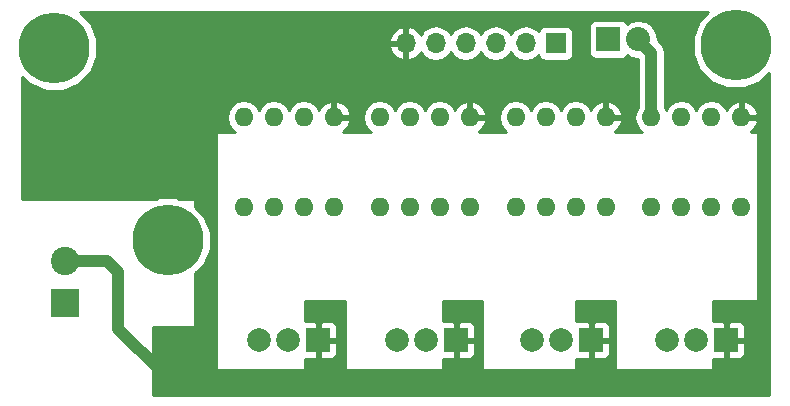
<source format=gbr>
G04 #@! TF.FileFunction,Copper,L2,Bot,Signal*
%FSLAX46Y46*%
G04 Gerber Fmt 4.6, Leading zero omitted, Abs format (unit mm)*
G04 Created by KiCad (PCBNEW 4.0.6+dfsg1-1) date Wed Nov 29 19:27:18 2017*
%MOMM*%
%LPD*%
G01*
G04 APERTURE LIST*
%ADD10C,0.100000*%
%ADD11R,2.000000X2.000000*%
%ADD12C,2.000000*%
%ADD13O,1.600000X1.600000*%
%ADD14R,2.400000X2.400000*%
%ADD15C,2.400000*%
%ADD16R,1.700000X1.700000*%
%ADD17O,1.700000X1.700000*%
%ADD18R,2.032000X2.032000*%
%ADD19O,2.032000X2.032000*%
%ADD20C,6.000000*%
%ADD21C,0.600000*%
%ADD22C,1.000000*%
%ADD23C,0.254000*%
G04 APERTURE END LIST*
D10*
D11*
X200964800Y-119735600D03*
D12*
X198424800Y-119735600D03*
X195924800Y-119735600D03*
D13*
X183000000Y-108500000D03*
X185540000Y-108500000D03*
X188080000Y-108500000D03*
X190620000Y-108500000D03*
X190620000Y-100880000D03*
X188080000Y-100880000D03*
X185540000Y-100880000D03*
X183000000Y-100880000D03*
D14*
X167838800Y-116579600D03*
D15*
X167838800Y-113079600D03*
D16*
X209400000Y-94600000D03*
D17*
X206860000Y-94600000D03*
X204320000Y-94600000D03*
X201780000Y-94600000D03*
X199240000Y-94600000D03*
X196700000Y-94600000D03*
D13*
X194500000Y-108500000D03*
X197040000Y-108500000D03*
X199580000Y-108500000D03*
X202120000Y-108500000D03*
X202120000Y-100880000D03*
X199580000Y-100880000D03*
X197040000Y-100880000D03*
X194500000Y-100880000D03*
X206000000Y-108500000D03*
X208540000Y-108500000D03*
X211080000Y-108500000D03*
X213620000Y-108500000D03*
X213620000Y-100880000D03*
X211080000Y-100880000D03*
X208540000Y-100880000D03*
X206000000Y-100880000D03*
X217500000Y-108500000D03*
X220040000Y-108500000D03*
X222580000Y-108500000D03*
X225120000Y-108500000D03*
X225120000Y-100880000D03*
X222580000Y-100880000D03*
X220040000Y-100880000D03*
X217500000Y-100880000D03*
D11*
X223824800Y-119735600D03*
D12*
X221284800Y-119735600D03*
X218784800Y-119735600D03*
D11*
X212394800Y-119735600D03*
D12*
X209854800Y-119735600D03*
X207354800Y-119735600D03*
D11*
X189280800Y-119735600D03*
D12*
X186740800Y-119735600D03*
X184240800Y-119735600D03*
D18*
X213838800Y-94279600D03*
D19*
X216378800Y-94279600D03*
D20*
X224638800Y-94779600D03*
X166938800Y-94979600D03*
X176538800Y-111279600D03*
D21*
X176938800Y-122379600D03*
X182888800Y-93279600D03*
D22*
X167838800Y-113079600D02*
X171438800Y-113079600D01*
X175938800Y-122379600D02*
X176938800Y-122379600D01*
X172338800Y-118779600D02*
X175938800Y-122379600D01*
X172338800Y-113979600D02*
X172338800Y-118779600D01*
X171438800Y-113079600D02*
X172338800Y-113979600D01*
X182888800Y-93279600D02*
X182938800Y-93279600D01*
X217500000Y-100880000D02*
X217500000Y-95400800D01*
X217500000Y-95400800D02*
X216378800Y-94279600D01*
D23*
G36*
X221558994Y-92717849D02*
X221004432Y-94053382D01*
X221003170Y-95499474D01*
X221555400Y-96835972D01*
X222577049Y-97859406D01*
X223912582Y-98413968D01*
X225358674Y-98415230D01*
X226695172Y-97863000D01*
X227428800Y-97130652D01*
X227428800Y-124369600D01*
X175265800Y-124369600D01*
X175265800Y-118606600D01*
X178738800Y-118606600D01*
X178784959Y-118597915D01*
X178827353Y-118570635D01*
X178855794Y-118529010D01*
X178865800Y-118479600D01*
X178865800Y-114092844D01*
X179618606Y-113341351D01*
X180173168Y-112005818D01*
X180174430Y-110559726D01*
X179622200Y-109223228D01*
X178865800Y-108465506D01*
X178865800Y-107879600D01*
X178857115Y-107833441D01*
X178829835Y-107791047D01*
X178788210Y-107762606D01*
X178738800Y-107752600D01*
X177523589Y-107752600D01*
X177265018Y-107645232D01*
X175818926Y-107643970D01*
X175556021Y-107752600D01*
X164248800Y-107752600D01*
X164248800Y-102209600D01*
X180644800Y-102209600D01*
X180644800Y-122148600D01*
X180653485Y-122194759D01*
X180680765Y-122237153D01*
X180722390Y-122265594D01*
X180771800Y-122275600D01*
X188010800Y-122275600D01*
X188056959Y-122266915D01*
X188099353Y-122239635D01*
X188127794Y-122198010D01*
X188137800Y-122148600D01*
X188137800Y-121363686D01*
X188154491Y-121370600D01*
X188995050Y-121370600D01*
X189153800Y-121211850D01*
X189153800Y-119862600D01*
X189407800Y-119862600D01*
X189407800Y-121211850D01*
X189566550Y-121370600D01*
X190407109Y-121370600D01*
X190640498Y-121273927D01*
X190819127Y-121095299D01*
X190915800Y-120861910D01*
X190915800Y-120021350D01*
X190757050Y-119862600D01*
X189407800Y-119862600D01*
X189153800Y-119862600D01*
X189133800Y-119862600D01*
X189133800Y-119608600D01*
X189153800Y-119608600D01*
X189153800Y-118259350D01*
X189407800Y-118259350D01*
X189407800Y-119608600D01*
X190757050Y-119608600D01*
X190915800Y-119449850D01*
X190915800Y-118609290D01*
X190819127Y-118375901D01*
X190640498Y-118197273D01*
X190407109Y-118100600D01*
X189566550Y-118100600D01*
X189407800Y-118259350D01*
X189153800Y-118259350D01*
X188995050Y-118100600D01*
X188154491Y-118100600D01*
X188137800Y-118107514D01*
X188137800Y-116433600D01*
X191566800Y-116433600D01*
X191566800Y-122148600D01*
X191575485Y-122194759D01*
X191602765Y-122237153D01*
X191644390Y-122265594D01*
X191693800Y-122275600D01*
X199694800Y-122275600D01*
X199740959Y-122266915D01*
X199783353Y-122239635D01*
X199811794Y-122198010D01*
X199821800Y-122148600D01*
X199821800Y-121363686D01*
X199838491Y-121370600D01*
X200679050Y-121370600D01*
X200837800Y-121211850D01*
X200837800Y-119862600D01*
X201091800Y-119862600D01*
X201091800Y-121211850D01*
X201250550Y-121370600D01*
X202091109Y-121370600D01*
X202324498Y-121273927D01*
X202503127Y-121095299D01*
X202599800Y-120861910D01*
X202599800Y-120021350D01*
X202441050Y-119862600D01*
X201091800Y-119862600D01*
X200837800Y-119862600D01*
X200817800Y-119862600D01*
X200817800Y-119608600D01*
X200837800Y-119608600D01*
X200837800Y-118259350D01*
X201091800Y-118259350D01*
X201091800Y-119608600D01*
X202441050Y-119608600D01*
X202599800Y-119449850D01*
X202599800Y-118609290D01*
X202503127Y-118375901D01*
X202324498Y-118197273D01*
X202091109Y-118100600D01*
X201250550Y-118100600D01*
X201091800Y-118259350D01*
X200837800Y-118259350D01*
X200679050Y-118100600D01*
X199838491Y-118100600D01*
X199821800Y-118107514D01*
X199821800Y-116433600D01*
X203123800Y-116433600D01*
X203123800Y-122148600D01*
X203132485Y-122194759D01*
X203159765Y-122237153D01*
X203201390Y-122265594D01*
X203250800Y-122275600D01*
X210997800Y-122275600D01*
X211043959Y-122266915D01*
X211086353Y-122239635D01*
X211114794Y-122198010D01*
X211124800Y-122148600D01*
X211124800Y-121311081D01*
X211268491Y-121370600D01*
X212109050Y-121370600D01*
X212267800Y-121211850D01*
X212267800Y-119862600D01*
X212521800Y-119862600D01*
X212521800Y-121211850D01*
X212680550Y-121370600D01*
X213521109Y-121370600D01*
X213754498Y-121273927D01*
X213933127Y-121095299D01*
X214029800Y-120861910D01*
X214029800Y-120021350D01*
X213871050Y-119862600D01*
X212521800Y-119862600D01*
X212267800Y-119862600D01*
X212247800Y-119862600D01*
X212247800Y-119608600D01*
X212267800Y-119608600D01*
X212267800Y-118259350D01*
X212521800Y-118259350D01*
X212521800Y-119608600D01*
X213871050Y-119608600D01*
X214029800Y-119449850D01*
X214029800Y-118609290D01*
X213933127Y-118375901D01*
X213754498Y-118197273D01*
X213521109Y-118100600D01*
X212680550Y-118100600D01*
X212521800Y-118259350D01*
X212267800Y-118259350D01*
X212109050Y-118100600D01*
X211268491Y-118100600D01*
X211124800Y-118160119D01*
X211124800Y-116433600D01*
X214426800Y-116433600D01*
X214426800Y-122148600D01*
X214435485Y-122194759D01*
X214462765Y-122237153D01*
X214504390Y-122265594D01*
X214553800Y-122275600D01*
X222554800Y-122275600D01*
X222600959Y-122266915D01*
X222643353Y-122239635D01*
X222671794Y-122198010D01*
X222681800Y-122148600D01*
X222681800Y-121363686D01*
X222698491Y-121370600D01*
X223539050Y-121370600D01*
X223697800Y-121211850D01*
X223697800Y-119862600D01*
X223951800Y-119862600D01*
X223951800Y-121211850D01*
X224110550Y-121370600D01*
X224951109Y-121370600D01*
X225184498Y-121273927D01*
X225363127Y-121095299D01*
X225459800Y-120861910D01*
X225459800Y-120021350D01*
X225301050Y-119862600D01*
X223951800Y-119862600D01*
X223697800Y-119862600D01*
X223677800Y-119862600D01*
X223677800Y-119608600D01*
X223697800Y-119608600D01*
X223697800Y-118259350D01*
X223951800Y-118259350D01*
X223951800Y-119608600D01*
X225301050Y-119608600D01*
X225459800Y-119449850D01*
X225459800Y-118609290D01*
X225363127Y-118375901D01*
X225184498Y-118197273D01*
X224951109Y-118100600D01*
X224110550Y-118100600D01*
X223951800Y-118259350D01*
X223697800Y-118259350D01*
X223539050Y-118100600D01*
X222698491Y-118100600D01*
X222681800Y-118107514D01*
X222681800Y-116433600D01*
X226364800Y-116433600D01*
X226410959Y-116424915D01*
X226453353Y-116397635D01*
X226481794Y-116356010D01*
X226491800Y-116306600D01*
X226491800Y-108845841D01*
X226555000Y-108528113D01*
X226555000Y-108471887D01*
X226491800Y-108154159D01*
X226491800Y-102209600D01*
X226483115Y-102163441D01*
X226455835Y-102121047D01*
X226414210Y-102092606D01*
X226364800Y-102082600D01*
X225888819Y-102082600D01*
X226272389Y-101735134D01*
X226511914Y-101229041D01*
X226390629Y-101007000D01*
X225247000Y-101007000D01*
X225247000Y-101027000D01*
X224993000Y-101027000D01*
X224993000Y-101007000D01*
X224973000Y-101007000D01*
X224973000Y-100753000D01*
X224993000Y-100753000D01*
X224993000Y-99610085D01*
X225247000Y-99610085D01*
X225247000Y-100753000D01*
X226390629Y-100753000D01*
X226511914Y-100530959D01*
X226272389Y-100024866D01*
X225857423Y-99648959D01*
X225469039Y-99488096D01*
X225247000Y-99610085D01*
X224993000Y-99610085D01*
X224770961Y-99488096D01*
X224382577Y-99648959D01*
X223967611Y-100024866D01*
X223864986Y-100241703D01*
X223594698Y-99837189D01*
X223129151Y-99526120D01*
X222580000Y-99416887D01*
X222030849Y-99526120D01*
X221565302Y-99837189D01*
X221310000Y-100219275D01*
X221054698Y-99837189D01*
X220589151Y-99526120D01*
X220040000Y-99416887D01*
X219490849Y-99526120D01*
X219025302Y-99837189D01*
X218770000Y-100219275D01*
X218635000Y-100017233D01*
X218635000Y-95400800D01*
X218548603Y-94966454D01*
X218302566Y-94598234D01*
X218027556Y-94323224D01*
X218029800Y-94311945D01*
X218029800Y-94247255D01*
X217904125Y-93615445D01*
X217546233Y-93079822D01*
X217010610Y-92721930D01*
X216378800Y-92596255D01*
X215746990Y-92721930D01*
X215407008Y-92949099D01*
X215318890Y-92812159D01*
X215106690Y-92667169D01*
X214854800Y-92616160D01*
X212822800Y-92616160D01*
X212587483Y-92660438D01*
X212371359Y-92799510D01*
X212226369Y-93011710D01*
X212175360Y-93263600D01*
X212175360Y-95295600D01*
X212219638Y-95530917D01*
X212358710Y-95747041D01*
X212570910Y-95892031D01*
X212822800Y-95943040D01*
X214854800Y-95943040D01*
X215090117Y-95898762D01*
X215306241Y-95759690D01*
X215407998Y-95610763D01*
X215746990Y-95837270D01*
X216365000Y-95960200D01*
X216365000Y-100017233D01*
X216174233Y-100302736D01*
X216065000Y-100851887D01*
X216065000Y-100908113D01*
X216174233Y-101457264D01*
X216485302Y-101922811D01*
X216724443Y-102082600D01*
X214388819Y-102082600D01*
X214772389Y-101735134D01*
X215011914Y-101229041D01*
X214890629Y-101007000D01*
X213747000Y-101007000D01*
X213747000Y-101027000D01*
X213493000Y-101027000D01*
X213493000Y-101007000D01*
X213473000Y-101007000D01*
X213473000Y-100753000D01*
X213493000Y-100753000D01*
X213493000Y-99610085D01*
X213747000Y-99610085D01*
X213747000Y-100753000D01*
X214890629Y-100753000D01*
X215011914Y-100530959D01*
X214772389Y-100024866D01*
X214357423Y-99648959D01*
X213969039Y-99488096D01*
X213747000Y-99610085D01*
X213493000Y-99610085D01*
X213270961Y-99488096D01*
X212882577Y-99648959D01*
X212467611Y-100024866D01*
X212364986Y-100241703D01*
X212094698Y-99837189D01*
X211629151Y-99526120D01*
X211080000Y-99416887D01*
X210530849Y-99526120D01*
X210065302Y-99837189D01*
X209810000Y-100219275D01*
X209554698Y-99837189D01*
X209089151Y-99526120D01*
X208540000Y-99416887D01*
X207990849Y-99526120D01*
X207525302Y-99837189D01*
X207270000Y-100219275D01*
X207014698Y-99837189D01*
X206549151Y-99526120D01*
X206000000Y-99416887D01*
X205450849Y-99526120D01*
X204985302Y-99837189D01*
X204674233Y-100302736D01*
X204565000Y-100851887D01*
X204565000Y-100908113D01*
X204674233Y-101457264D01*
X204985302Y-101922811D01*
X205224443Y-102082600D01*
X202888819Y-102082600D01*
X203272389Y-101735134D01*
X203511914Y-101229041D01*
X203390629Y-101007000D01*
X202247000Y-101007000D01*
X202247000Y-101027000D01*
X201993000Y-101027000D01*
X201993000Y-101007000D01*
X201973000Y-101007000D01*
X201973000Y-100753000D01*
X201993000Y-100753000D01*
X201993000Y-99610085D01*
X202247000Y-99610085D01*
X202247000Y-100753000D01*
X203390629Y-100753000D01*
X203511914Y-100530959D01*
X203272389Y-100024866D01*
X202857423Y-99648959D01*
X202469039Y-99488096D01*
X202247000Y-99610085D01*
X201993000Y-99610085D01*
X201770961Y-99488096D01*
X201382577Y-99648959D01*
X200967611Y-100024866D01*
X200864986Y-100241703D01*
X200594698Y-99837189D01*
X200129151Y-99526120D01*
X199580000Y-99416887D01*
X199030849Y-99526120D01*
X198565302Y-99837189D01*
X198310000Y-100219275D01*
X198054698Y-99837189D01*
X197589151Y-99526120D01*
X197040000Y-99416887D01*
X196490849Y-99526120D01*
X196025302Y-99837189D01*
X195770000Y-100219275D01*
X195514698Y-99837189D01*
X195049151Y-99526120D01*
X194500000Y-99416887D01*
X193950849Y-99526120D01*
X193485302Y-99837189D01*
X193174233Y-100302736D01*
X193065000Y-100851887D01*
X193065000Y-100908113D01*
X193174233Y-101457264D01*
X193485302Y-101922811D01*
X193724443Y-102082600D01*
X191388819Y-102082600D01*
X191772389Y-101735134D01*
X192011914Y-101229041D01*
X191890629Y-101007000D01*
X190747000Y-101007000D01*
X190747000Y-101027000D01*
X190493000Y-101027000D01*
X190493000Y-101007000D01*
X190473000Y-101007000D01*
X190473000Y-100753000D01*
X190493000Y-100753000D01*
X190493000Y-99610085D01*
X190747000Y-99610085D01*
X190747000Y-100753000D01*
X191890629Y-100753000D01*
X192011914Y-100530959D01*
X191772389Y-100024866D01*
X191357423Y-99648959D01*
X190969039Y-99488096D01*
X190747000Y-99610085D01*
X190493000Y-99610085D01*
X190270961Y-99488096D01*
X189882577Y-99648959D01*
X189467611Y-100024866D01*
X189364986Y-100241703D01*
X189094698Y-99837189D01*
X188629151Y-99526120D01*
X188080000Y-99416887D01*
X187530849Y-99526120D01*
X187065302Y-99837189D01*
X186810000Y-100219275D01*
X186554698Y-99837189D01*
X186089151Y-99526120D01*
X185540000Y-99416887D01*
X184990849Y-99526120D01*
X184525302Y-99837189D01*
X184270000Y-100219275D01*
X184014698Y-99837189D01*
X183549151Y-99526120D01*
X183000000Y-99416887D01*
X182450849Y-99526120D01*
X181985302Y-99837189D01*
X181674233Y-100302736D01*
X181565000Y-100851887D01*
X181565000Y-100908113D01*
X181674233Y-101457264D01*
X181985302Y-101922811D01*
X182224443Y-102082600D01*
X180771800Y-102082600D01*
X180725641Y-102091285D01*
X180683247Y-102118565D01*
X180654806Y-102160190D01*
X180644800Y-102209600D01*
X164248800Y-102209600D01*
X164248800Y-97430059D01*
X164877049Y-98059406D01*
X166212582Y-98613968D01*
X167658674Y-98615230D01*
X168995172Y-98063000D01*
X170018606Y-97041351D01*
X170573168Y-95705818D01*
X170573821Y-94956892D01*
X195258514Y-94956892D01*
X195504817Y-95481358D01*
X195933076Y-95871645D01*
X196343110Y-96041476D01*
X196573000Y-95920155D01*
X196573000Y-94727000D01*
X195379181Y-94727000D01*
X195258514Y-94956892D01*
X170573821Y-94956892D01*
X170574430Y-94259726D01*
X170567564Y-94243108D01*
X195258514Y-94243108D01*
X195379181Y-94473000D01*
X196573000Y-94473000D01*
X196573000Y-93279845D01*
X196827000Y-93279845D01*
X196827000Y-94473000D01*
X196847000Y-94473000D01*
X196847000Y-94727000D01*
X196827000Y-94727000D01*
X196827000Y-95920155D01*
X197056890Y-96041476D01*
X197466924Y-95871645D01*
X197895183Y-95481358D01*
X197962298Y-95338447D01*
X198189946Y-95679147D01*
X198671715Y-96001054D01*
X199240000Y-96114093D01*
X199808285Y-96001054D01*
X200290054Y-95679147D01*
X200510000Y-95349974D01*
X200729946Y-95679147D01*
X201211715Y-96001054D01*
X201780000Y-96114093D01*
X202348285Y-96001054D01*
X202830054Y-95679147D01*
X203050000Y-95349974D01*
X203269946Y-95679147D01*
X203751715Y-96001054D01*
X204320000Y-96114093D01*
X204888285Y-96001054D01*
X205370054Y-95679147D01*
X205590000Y-95349974D01*
X205809946Y-95679147D01*
X206291715Y-96001054D01*
X206860000Y-96114093D01*
X207428285Y-96001054D01*
X207910054Y-95679147D01*
X207937850Y-95637548D01*
X207946838Y-95685317D01*
X208085910Y-95901441D01*
X208298110Y-96046431D01*
X208550000Y-96097440D01*
X210250000Y-96097440D01*
X210485317Y-96053162D01*
X210701441Y-95914090D01*
X210846431Y-95701890D01*
X210897440Y-95450000D01*
X210897440Y-93750000D01*
X210853162Y-93514683D01*
X210714090Y-93298559D01*
X210501890Y-93153569D01*
X210250000Y-93102560D01*
X208550000Y-93102560D01*
X208314683Y-93146838D01*
X208098559Y-93285910D01*
X207953569Y-93498110D01*
X207939914Y-93565541D01*
X207910054Y-93520853D01*
X207428285Y-93198946D01*
X206860000Y-93085907D01*
X206291715Y-93198946D01*
X205809946Y-93520853D01*
X205590000Y-93850026D01*
X205370054Y-93520853D01*
X204888285Y-93198946D01*
X204320000Y-93085907D01*
X203751715Y-93198946D01*
X203269946Y-93520853D01*
X203050000Y-93850026D01*
X202830054Y-93520853D01*
X202348285Y-93198946D01*
X201780000Y-93085907D01*
X201211715Y-93198946D01*
X200729946Y-93520853D01*
X200510000Y-93850026D01*
X200290054Y-93520853D01*
X199808285Y-93198946D01*
X199240000Y-93085907D01*
X198671715Y-93198946D01*
X198189946Y-93520853D01*
X197962298Y-93861553D01*
X197895183Y-93718642D01*
X197466924Y-93328355D01*
X197056890Y-93158524D01*
X196827000Y-93279845D01*
X196573000Y-93279845D01*
X196343110Y-93158524D01*
X195933076Y-93328355D01*
X195504817Y-93718642D01*
X195258514Y-94243108D01*
X170567564Y-94243108D01*
X170022200Y-92923228D01*
X169090200Y-91989600D01*
X222288515Y-91989600D01*
X221558994Y-92717849D01*
X221558994Y-92717849D01*
G37*
X221558994Y-92717849D02*
X221004432Y-94053382D01*
X221003170Y-95499474D01*
X221555400Y-96835972D01*
X222577049Y-97859406D01*
X223912582Y-98413968D01*
X225358674Y-98415230D01*
X226695172Y-97863000D01*
X227428800Y-97130652D01*
X227428800Y-124369600D01*
X175265800Y-124369600D01*
X175265800Y-118606600D01*
X178738800Y-118606600D01*
X178784959Y-118597915D01*
X178827353Y-118570635D01*
X178855794Y-118529010D01*
X178865800Y-118479600D01*
X178865800Y-114092844D01*
X179618606Y-113341351D01*
X180173168Y-112005818D01*
X180174430Y-110559726D01*
X179622200Y-109223228D01*
X178865800Y-108465506D01*
X178865800Y-107879600D01*
X178857115Y-107833441D01*
X178829835Y-107791047D01*
X178788210Y-107762606D01*
X178738800Y-107752600D01*
X177523589Y-107752600D01*
X177265018Y-107645232D01*
X175818926Y-107643970D01*
X175556021Y-107752600D01*
X164248800Y-107752600D01*
X164248800Y-102209600D01*
X180644800Y-102209600D01*
X180644800Y-122148600D01*
X180653485Y-122194759D01*
X180680765Y-122237153D01*
X180722390Y-122265594D01*
X180771800Y-122275600D01*
X188010800Y-122275600D01*
X188056959Y-122266915D01*
X188099353Y-122239635D01*
X188127794Y-122198010D01*
X188137800Y-122148600D01*
X188137800Y-121363686D01*
X188154491Y-121370600D01*
X188995050Y-121370600D01*
X189153800Y-121211850D01*
X189153800Y-119862600D01*
X189407800Y-119862600D01*
X189407800Y-121211850D01*
X189566550Y-121370600D01*
X190407109Y-121370600D01*
X190640498Y-121273927D01*
X190819127Y-121095299D01*
X190915800Y-120861910D01*
X190915800Y-120021350D01*
X190757050Y-119862600D01*
X189407800Y-119862600D01*
X189153800Y-119862600D01*
X189133800Y-119862600D01*
X189133800Y-119608600D01*
X189153800Y-119608600D01*
X189153800Y-118259350D01*
X189407800Y-118259350D01*
X189407800Y-119608600D01*
X190757050Y-119608600D01*
X190915800Y-119449850D01*
X190915800Y-118609290D01*
X190819127Y-118375901D01*
X190640498Y-118197273D01*
X190407109Y-118100600D01*
X189566550Y-118100600D01*
X189407800Y-118259350D01*
X189153800Y-118259350D01*
X188995050Y-118100600D01*
X188154491Y-118100600D01*
X188137800Y-118107514D01*
X188137800Y-116433600D01*
X191566800Y-116433600D01*
X191566800Y-122148600D01*
X191575485Y-122194759D01*
X191602765Y-122237153D01*
X191644390Y-122265594D01*
X191693800Y-122275600D01*
X199694800Y-122275600D01*
X199740959Y-122266915D01*
X199783353Y-122239635D01*
X199811794Y-122198010D01*
X199821800Y-122148600D01*
X199821800Y-121363686D01*
X199838491Y-121370600D01*
X200679050Y-121370600D01*
X200837800Y-121211850D01*
X200837800Y-119862600D01*
X201091800Y-119862600D01*
X201091800Y-121211850D01*
X201250550Y-121370600D01*
X202091109Y-121370600D01*
X202324498Y-121273927D01*
X202503127Y-121095299D01*
X202599800Y-120861910D01*
X202599800Y-120021350D01*
X202441050Y-119862600D01*
X201091800Y-119862600D01*
X200837800Y-119862600D01*
X200817800Y-119862600D01*
X200817800Y-119608600D01*
X200837800Y-119608600D01*
X200837800Y-118259350D01*
X201091800Y-118259350D01*
X201091800Y-119608600D01*
X202441050Y-119608600D01*
X202599800Y-119449850D01*
X202599800Y-118609290D01*
X202503127Y-118375901D01*
X202324498Y-118197273D01*
X202091109Y-118100600D01*
X201250550Y-118100600D01*
X201091800Y-118259350D01*
X200837800Y-118259350D01*
X200679050Y-118100600D01*
X199838491Y-118100600D01*
X199821800Y-118107514D01*
X199821800Y-116433600D01*
X203123800Y-116433600D01*
X203123800Y-122148600D01*
X203132485Y-122194759D01*
X203159765Y-122237153D01*
X203201390Y-122265594D01*
X203250800Y-122275600D01*
X210997800Y-122275600D01*
X211043959Y-122266915D01*
X211086353Y-122239635D01*
X211114794Y-122198010D01*
X211124800Y-122148600D01*
X211124800Y-121311081D01*
X211268491Y-121370600D01*
X212109050Y-121370600D01*
X212267800Y-121211850D01*
X212267800Y-119862600D01*
X212521800Y-119862600D01*
X212521800Y-121211850D01*
X212680550Y-121370600D01*
X213521109Y-121370600D01*
X213754498Y-121273927D01*
X213933127Y-121095299D01*
X214029800Y-120861910D01*
X214029800Y-120021350D01*
X213871050Y-119862600D01*
X212521800Y-119862600D01*
X212267800Y-119862600D01*
X212247800Y-119862600D01*
X212247800Y-119608600D01*
X212267800Y-119608600D01*
X212267800Y-118259350D01*
X212521800Y-118259350D01*
X212521800Y-119608600D01*
X213871050Y-119608600D01*
X214029800Y-119449850D01*
X214029800Y-118609290D01*
X213933127Y-118375901D01*
X213754498Y-118197273D01*
X213521109Y-118100600D01*
X212680550Y-118100600D01*
X212521800Y-118259350D01*
X212267800Y-118259350D01*
X212109050Y-118100600D01*
X211268491Y-118100600D01*
X211124800Y-118160119D01*
X211124800Y-116433600D01*
X214426800Y-116433600D01*
X214426800Y-122148600D01*
X214435485Y-122194759D01*
X214462765Y-122237153D01*
X214504390Y-122265594D01*
X214553800Y-122275600D01*
X222554800Y-122275600D01*
X222600959Y-122266915D01*
X222643353Y-122239635D01*
X222671794Y-122198010D01*
X222681800Y-122148600D01*
X222681800Y-121363686D01*
X222698491Y-121370600D01*
X223539050Y-121370600D01*
X223697800Y-121211850D01*
X223697800Y-119862600D01*
X223951800Y-119862600D01*
X223951800Y-121211850D01*
X224110550Y-121370600D01*
X224951109Y-121370600D01*
X225184498Y-121273927D01*
X225363127Y-121095299D01*
X225459800Y-120861910D01*
X225459800Y-120021350D01*
X225301050Y-119862600D01*
X223951800Y-119862600D01*
X223697800Y-119862600D01*
X223677800Y-119862600D01*
X223677800Y-119608600D01*
X223697800Y-119608600D01*
X223697800Y-118259350D01*
X223951800Y-118259350D01*
X223951800Y-119608600D01*
X225301050Y-119608600D01*
X225459800Y-119449850D01*
X225459800Y-118609290D01*
X225363127Y-118375901D01*
X225184498Y-118197273D01*
X224951109Y-118100600D01*
X224110550Y-118100600D01*
X223951800Y-118259350D01*
X223697800Y-118259350D01*
X223539050Y-118100600D01*
X222698491Y-118100600D01*
X222681800Y-118107514D01*
X222681800Y-116433600D01*
X226364800Y-116433600D01*
X226410959Y-116424915D01*
X226453353Y-116397635D01*
X226481794Y-116356010D01*
X226491800Y-116306600D01*
X226491800Y-108845841D01*
X226555000Y-108528113D01*
X226555000Y-108471887D01*
X226491800Y-108154159D01*
X226491800Y-102209600D01*
X226483115Y-102163441D01*
X226455835Y-102121047D01*
X226414210Y-102092606D01*
X226364800Y-102082600D01*
X225888819Y-102082600D01*
X226272389Y-101735134D01*
X226511914Y-101229041D01*
X226390629Y-101007000D01*
X225247000Y-101007000D01*
X225247000Y-101027000D01*
X224993000Y-101027000D01*
X224993000Y-101007000D01*
X224973000Y-101007000D01*
X224973000Y-100753000D01*
X224993000Y-100753000D01*
X224993000Y-99610085D01*
X225247000Y-99610085D01*
X225247000Y-100753000D01*
X226390629Y-100753000D01*
X226511914Y-100530959D01*
X226272389Y-100024866D01*
X225857423Y-99648959D01*
X225469039Y-99488096D01*
X225247000Y-99610085D01*
X224993000Y-99610085D01*
X224770961Y-99488096D01*
X224382577Y-99648959D01*
X223967611Y-100024866D01*
X223864986Y-100241703D01*
X223594698Y-99837189D01*
X223129151Y-99526120D01*
X222580000Y-99416887D01*
X222030849Y-99526120D01*
X221565302Y-99837189D01*
X221310000Y-100219275D01*
X221054698Y-99837189D01*
X220589151Y-99526120D01*
X220040000Y-99416887D01*
X219490849Y-99526120D01*
X219025302Y-99837189D01*
X218770000Y-100219275D01*
X218635000Y-100017233D01*
X218635000Y-95400800D01*
X218548603Y-94966454D01*
X218302566Y-94598234D01*
X218027556Y-94323224D01*
X218029800Y-94311945D01*
X218029800Y-94247255D01*
X217904125Y-93615445D01*
X217546233Y-93079822D01*
X217010610Y-92721930D01*
X216378800Y-92596255D01*
X215746990Y-92721930D01*
X215407008Y-92949099D01*
X215318890Y-92812159D01*
X215106690Y-92667169D01*
X214854800Y-92616160D01*
X212822800Y-92616160D01*
X212587483Y-92660438D01*
X212371359Y-92799510D01*
X212226369Y-93011710D01*
X212175360Y-93263600D01*
X212175360Y-95295600D01*
X212219638Y-95530917D01*
X212358710Y-95747041D01*
X212570910Y-95892031D01*
X212822800Y-95943040D01*
X214854800Y-95943040D01*
X215090117Y-95898762D01*
X215306241Y-95759690D01*
X215407998Y-95610763D01*
X215746990Y-95837270D01*
X216365000Y-95960200D01*
X216365000Y-100017233D01*
X216174233Y-100302736D01*
X216065000Y-100851887D01*
X216065000Y-100908113D01*
X216174233Y-101457264D01*
X216485302Y-101922811D01*
X216724443Y-102082600D01*
X214388819Y-102082600D01*
X214772389Y-101735134D01*
X215011914Y-101229041D01*
X214890629Y-101007000D01*
X213747000Y-101007000D01*
X213747000Y-101027000D01*
X213493000Y-101027000D01*
X213493000Y-101007000D01*
X213473000Y-101007000D01*
X213473000Y-100753000D01*
X213493000Y-100753000D01*
X213493000Y-99610085D01*
X213747000Y-99610085D01*
X213747000Y-100753000D01*
X214890629Y-100753000D01*
X215011914Y-100530959D01*
X214772389Y-100024866D01*
X214357423Y-99648959D01*
X213969039Y-99488096D01*
X213747000Y-99610085D01*
X213493000Y-99610085D01*
X213270961Y-99488096D01*
X212882577Y-99648959D01*
X212467611Y-100024866D01*
X212364986Y-100241703D01*
X212094698Y-99837189D01*
X211629151Y-99526120D01*
X211080000Y-99416887D01*
X210530849Y-99526120D01*
X210065302Y-99837189D01*
X209810000Y-100219275D01*
X209554698Y-99837189D01*
X209089151Y-99526120D01*
X208540000Y-99416887D01*
X207990849Y-99526120D01*
X207525302Y-99837189D01*
X207270000Y-100219275D01*
X207014698Y-99837189D01*
X206549151Y-99526120D01*
X206000000Y-99416887D01*
X205450849Y-99526120D01*
X204985302Y-99837189D01*
X204674233Y-100302736D01*
X204565000Y-100851887D01*
X204565000Y-100908113D01*
X204674233Y-101457264D01*
X204985302Y-101922811D01*
X205224443Y-102082600D01*
X202888819Y-102082600D01*
X203272389Y-101735134D01*
X203511914Y-101229041D01*
X203390629Y-101007000D01*
X202247000Y-101007000D01*
X202247000Y-101027000D01*
X201993000Y-101027000D01*
X201993000Y-101007000D01*
X201973000Y-101007000D01*
X201973000Y-100753000D01*
X201993000Y-100753000D01*
X201993000Y-99610085D01*
X202247000Y-99610085D01*
X202247000Y-100753000D01*
X203390629Y-100753000D01*
X203511914Y-100530959D01*
X203272389Y-100024866D01*
X202857423Y-99648959D01*
X202469039Y-99488096D01*
X202247000Y-99610085D01*
X201993000Y-99610085D01*
X201770961Y-99488096D01*
X201382577Y-99648959D01*
X200967611Y-100024866D01*
X200864986Y-100241703D01*
X200594698Y-99837189D01*
X200129151Y-99526120D01*
X199580000Y-99416887D01*
X199030849Y-99526120D01*
X198565302Y-99837189D01*
X198310000Y-100219275D01*
X198054698Y-99837189D01*
X197589151Y-99526120D01*
X197040000Y-99416887D01*
X196490849Y-99526120D01*
X196025302Y-99837189D01*
X195770000Y-100219275D01*
X195514698Y-99837189D01*
X195049151Y-99526120D01*
X194500000Y-99416887D01*
X193950849Y-99526120D01*
X193485302Y-99837189D01*
X193174233Y-100302736D01*
X193065000Y-100851887D01*
X193065000Y-100908113D01*
X193174233Y-101457264D01*
X193485302Y-101922811D01*
X193724443Y-102082600D01*
X191388819Y-102082600D01*
X191772389Y-101735134D01*
X192011914Y-101229041D01*
X191890629Y-101007000D01*
X190747000Y-101007000D01*
X190747000Y-101027000D01*
X190493000Y-101027000D01*
X190493000Y-101007000D01*
X190473000Y-101007000D01*
X190473000Y-100753000D01*
X190493000Y-100753000D01*
X190493000Y-99610085D01*
X190747000Y-99610085D01*
X190747000Y-100753000D01*
X191890629Y-100753000D01*
X192011914Y-100530959D01*
X191772389Y-100024866D01*
X191357423Y-99648959D01*
X190969039Y-99488096D01*
X190747000Y-99610085D01*
X190493000Y-99610085D01*
X190270961Y-99488096D01*
X189882577Y-99648959D01*
X189467611Y-100024866D01*
X189364986Y-100241703D01*
X189094698Y-99837189D01*
X188629151Y-99526120D01*
X188080000Y-99416887D01*
X187530849Y-99526120D01*
X187065302Y-99837189D01*
X186810000Y-100219275D01*
X186554698Y-99837189D01*
X186089151Y-99526120D01*
X185540000Y-99416887D01*
X184990849Y-99526120D01*
X184525302Y-99837189D01*
X184270000Y-100219275D01*
X184014698Y-99837189D01*
X183549151Y-99526120D01*
X183000000Y-99416887D01*
X182450849Y-99526120D01*
X181985302Y-99837189D01*
X181674233Y-100302736D01*
X181565000Y-100851887D01*
X181565000Y-100908113D01*
X181674233Y-101457264D01*
X181985302Y-101922811D01*
X182224443Y-102082600D01*
X180771800Y-102082600D01*
X180725641Y-102091285D01*
X180683247Y-102118565D01*
X180654806Y-102160190D01*
X180644800Y-102209600D01*
X164248800Y-102209600D01*
X164248800Y-97430059D01*
X164877049Y-98059406D01*
X166212582Y-98613968D01*
X167658674Y-98615230D01*
X168995172Y-98063000D01*
X170018606Y-97041351D01*
X170573168Y-95705818D01*
X170573821Y-94956892D01*
X195258514Y-94956892D01*
X195504817Y-95481358D01*
X195933076Y-95871645D01*
X196343110Y-96041476D01*
X196573000Y-95920155D01*
X196573000Y-94727000D01*
X195379181Y-94727000D01*
X195258514Y-94956892D01*
X170573821Y-94956892D01*
X170574430Y-94259726D01*
X170567564Y-94243108D01*
X195258514Y-94243108D01*
X195379181Y-94473000D01*
X196573000Y-94473000D01*
X196573000Y-93279845D01*
X196827000Y-93279845D01*
X196827000Y-94473000D01*
X196847000Y-94473000D01*
X196847000Y-94727000D01*
X196827000Y-94727000D01*
X196827000Y-95920155D01*
X197056890Y-96041476D01*
X197466924Y-95871645D01*
X197895183Y-95481358D01*
X197962298Y-95338447D01*
X198189946Y-95679147D01*
X198671715Y-96001054D01*
X199240000Y-96114093D01*
X199808285Y-96001054D01*
X200290054Y-95679147D01*
X200510000Y-95349974D01*
X200729946Y-95679147D01*
X201211715Y-96001054D01*
X201780000Y-96114093D01*
X202348285Y-96001054D01*
X202830054Y-95679147D01*
X203050000Y-95349974D01*
X203269946Y-95679147D01*
X203751715Y-96001054D01*
X204320000Y-96114093D01*
X204888285Y-96001054D01*
X205370054Y-95679147D01*
X205590000Y-95349974D01*
X205809946Y-95679147D01*
X206291715Y-96001054D01*
X206860000Y-96114093D01*
X207428285Y-96001054D01*
X207910054Y-95679147D01*
X207937850Y-95637548D01*
X207946838Y-95685317D01*
X208085910Y-95901441D01*
X208298110Y-96046431D01*
X208550000Y-96097440D01*
X210250000Y-96097440D01*
X210485317Y-96053162D01*
X210701441Y-95914090D01*
X210846431Y-95701890D01*
X210897440Y-95450000D01*
X210897440Y-93750000D01*
X210853162Y-93514683D01*
X210714090Y-93298559D01*
X210501890Y-93153569D01*
X210250000Y-93102560D01*
X208550000Y-93102560D01*
X208314683Y-93146838D01*
X208098559Y-93285910D01*
X207953569Y-93498110D01*
X207939914Y-93565541D01*
X207910054Y-93520853D01*
X207428285Y-93198946D01*
X206860000Y-93085907D01*
X206291715Y-93198946D01*
X205809946Y-93520853D01*
X205590000Y-93850026D01*
X205370054Y-93520853D01*
X204888285Y-93198946D01*
X204320000Y-93085907D01*
X203751715Y-93198946D01*
X203269946Y-93520853D01*
X203050000Y-93850026D01*
X202830054Y-93520853D01*
X202348285Y-93198946D01*
X201780000Y-93085907D01*
X201211715Y-93198946D01*
X200729946Y-93520853D01*
X200510000Y-93850026D01*
X200290054Y-93520853D01*
X199808285Y-93198946D01*
X199240000Y-93085907D01*
X198671715Y-93198946D01*
X198189946Y-93520853D01*
X197962298Y-93861553D01*
X197895183Y-93718642D01*
X197466924Y-93328355D01*
X197056890Y-93158524D01*
X196827000Y-93279845D01*
X196573000Y-93279845D01*
X196343110Y-93158524D01*
X195933076Y-93328355D01*
X195504817Y-93718642D01*
X195258514Y-94243108D01*
X170567564Y-94243108D01*
X170022200Y-92923228D01*
X169090200Y-91989600D01*
X222288515Y-91989600D01*
X221558994Y-92717849D01*
M02*

</source>
